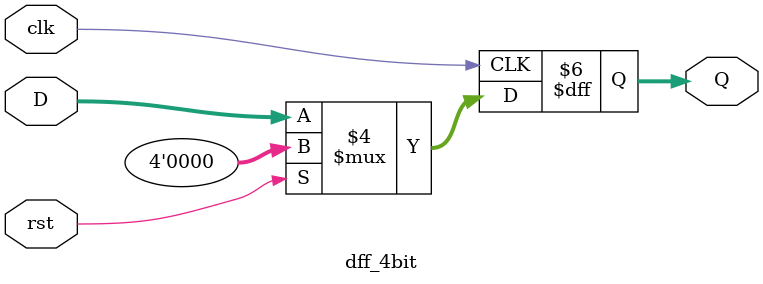
<source format=v>

module dff_4bit (D, Q, rst, clk);
	
	input [3:0] D;
	input rst, clk;
	output reg [3:0] Q;
	
	always @(posedge clk) begin
		
		if(rst == 1) Q <= 0;
		else Q <= D;
		
	end
	
endmodule

</source>
